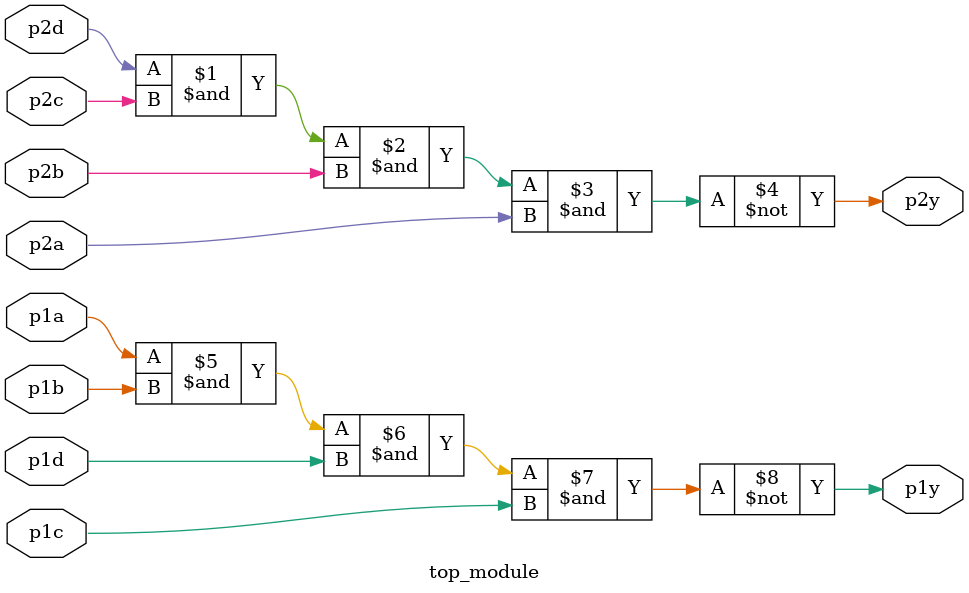
<source format=v>
module top_module (input p1a,
                   p1b,
                   p1c,
                   p1d,
                   output p1y,
                   input p2a,
                   p2b,
                   p2c,
                   p2d,
                   output p2y);
    
    assign {p1y,p2y} = {~(p1a&p1b&p1d&p1c),~(p2d&p2c&p2b&p2a)};
endmodule

</source>
